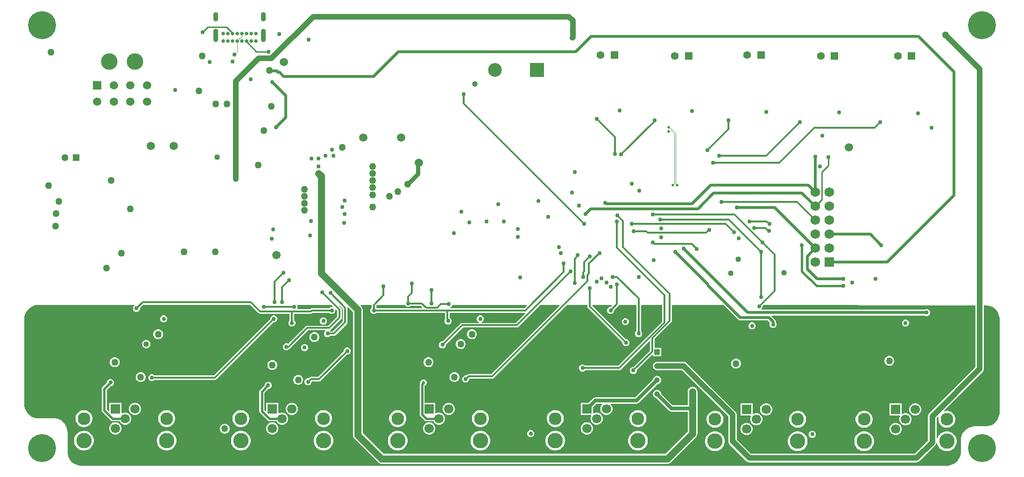
<source format=gbl>
G04*
G04 #@! TF.GenerationSoftware,Altium Limited,Altium Designer,25.5.2 (35)*
G04*
G04 Layer_Physical_Order=4*
G04 Layer_Color=16711680*
%FSLAX25Y25*%
%MOIN*%
G70*
G04*
G04 #@! TF.SameCoordinates,1DACB3DC-ACE0-44E2-B579-3CE0BC83F536*
G04*
G04*
G04 #@! TF.FilePolarity,Positive*
G04*
G01*
G75*
%ADD17C,0.02500*%
%ADD19C,0.03000*%
%ADD20C,0.01000*%
%ADD22C,0.01500*%
%ADD25C,0.01200*%
%ADD118C,0.06850*%
G04:AMPARAMS|DCode=120|XSize=35.43mil|YSize=94.49mil|CornerRadius=17.72mil|HoleSize=0mil|Usage=FLASHONLY|Rotation=180.000|XOffset=0mil|YOffset=0mil|HoleType=Round|Shape=RoundedRectangle|*
%AMROUNDEDRECTD120*
21,1,0.03543,0.05906,0,0,180.0*
21,1,0.00000,0.09449,0,0,180.0*
1,1,0.03543,0.00000,0.02953*
1,1,0.03543,0.00000,0.02953*
1,1,0.03543,0.00000,-0.02953*
1,1,0.03543,0.00000,-0.02953*
%
%ADD120ROUNDEDRECTD120*%
G04:AMPARAMS|DCode=121|XSize=35.43mil|YSize=66.93mil|CornerRadius=17.72mil|HoleSize=0mil|Usage=FLASHONLY|Rotation=180.000|XOffset=0mil|YOffset=0mil|HoleType=Round|Shape=RoundedRectangle|*
%AMROUNDEDRECTD121*
21,1,0.03543,0.03150,0,0,180.0*
21,1,0.00000,0.06693,0,0,180.0*
1,1,0.03543,0.00000,0.01575*
1,1,0.03543,0.00000,0.01575*
1,1,0.03543,0.00000,-0.01575*
1,1,0.03543,0.00000,-0.01575*
%
%ADD121ROUNDEDRECTD121*%
%ADD122C,0.02559*%
%ADD136R,0.06850X0.06850*%
%ADD142C,0.04000*%
%ADD143C,0.00435*%
%ADD144C,0.02000*%
%ADD145C,0.05000*%
%ADD147C,0.03878*%
%ADD148C,0.05906*%
%ADD149C,0.06693*%
%ADD150C,0.05984*%
%ADD151C,0.05118*%
%ADD152R,0.05984X0.05984*%
%ADD153C,0.11811*%
%ADD154R,0.09843X0.09843*%
%ADD155C,0.05512*%
%ADD156R,0.05512X0.05512*%
%ADD157R,0.03878X0.03878*%
%ADD158C,0.11024*%
%ADD159C,0.09055*%
%ADD160R,0.06693X0.06693*%
%ADD161R,0.05118X0.05118*%
%ADD162C,0.09843*%
%ADD163C,0.05000*%
%ADD164C,0.04000*%
%ADD165C,0.03000*%
%ADD166C,0.02000*%
%ADD167C,0.20000*%
G36*
X460388Y216349D02*
X460579Y215886D01*
X458824Y214131D01*
X405914D01*
X405814Y214631D01*
X406416Y214881D01*
X407119Y215584D01*
X407440Y216357D01*
X460388Y216349D01*
D02*
G37*
G36*
X373765Y216362D02*
X373881Y216084D01*
X374584Y215381D01*
X375503Y215000D01*
X376497D01*
X377416Y215381D01*
X377904Y215869D01*
X385072D01*
X386348Y214593D01*
X386156Y214131D01*
X353404D01*
X353131Y214404D01*
Y215924D01*
X353572Y216365D01*
X373765Y216362D01*
D02*
G37*
G36*
X321322Y216371D02*
X322261Y215432D01*
X322018Y215033D01*
X321986Y215000D01*
X321003D01*
X320084Y214619D01*
X319596Y214131D01*
X307307D01*
X306682Y214007D01*
X306153Y213653D01*
X306031Y213531D01*
X297139D01*
X296805Y214031D01*
X297000Y214503D01*
Y215497D01*
X296809Y215959D01*
X297087Y216374D01*
X321322Y216371D01*
D02*
G37*
G36*
X329369Y213824D02*
Y204676D01*
X322324Y197631D01*
X320404D01*
X320064Y197971D01*
X320098Y198267D01*
X320159Y198509D01*
X320167Y198522D01*
X320654Y198846D01*
X328153Y206347D01*
X328507Y206876D01*
X328631Y207500D01*
Y213000D01*
X328507Y213624D01*
X328153Y214154D01*
X326721Y215586D01*
X326890Y216124D01*
X327042Y216151D01*
X329369Y213824D01*
D02*
G37*
G36*
X180150Y216393D02*
X180357Y215893D01*
X179881Y215416D01*
X179500Y214497D01*
Y213503D01*
X179881Y212584D01*
X180584Y211881D01*
X181503Y211500D01*
X182497D01*
X183416Y211881D01*
X184119Y212584D01*
X184500Y213503D01*
Y214193D01*
X186699Y216392D01*
X263313Y216380D01*
X268947Y210747D01*
X269476Y210393D01*
X270100Y210269D01*
X291369D01*
Y205404D01*
X290881Y204916D01*
X290500Y203997D01*
Y203003D01*
X290881Y202084D01*
X291584Y201381D01*
X292503Y201000D01*
X293497D01*
X294416Y201381D01*
X295119Y202084D01*
X295500Y203003D01*
Y203997D01*
X295119Y204916D01*
X294631Y205404D01*
Y210269D01*
X306707D01*
X307331Y210393D01*
X307860Y210747D01*
X307982Y210869D01*
X319596D01*
X320084Y210381D01*
X321003Y210000D01*
X321997D01*
X322916Y210381D01*
X323619Y211084D01*
X324000Y212003D01*
Y212986D01*
X324033Y213018D01*
X324432Y213261D01*
X325369Y212324D01*
Y208176D01*
X318824Y201631D01*
X304000D01*
X303376Y201507D01*
X302847Y201153D01*
X290343Y188650D01*
X289497Y189000D01*
X288503D01*
X287584Y188619D01*
X286881Y187916D01*
X286500Y186997D01*
Y186003D01*
X286881Y185084D01*
X287584Y184381D01*
X288503Y184000D01*
X289497D01*
X290416Y184381D01*
X291034Y184999D01*
X291154Y185023D01*
X291683Y185376D01*
X304676Y198369D01*
X316626D01*
X316833Y197869D01*
X316381Y197416D01*
X316000Y196497D01*
Y195503D01*
X316381Y194584D01*
X317084Y193881D01*
X318003Y193500D01*
X318997D01*
X319916Y193881D01*
X320404Y194369D01*
X323000D01*
X323624Y194493D01*
X324153Y194846D01*
X332154Y202847D01*
X332507Y203376D01*
X332631Y204000D01*
Y214500D01*
X332589Y214711D01*
X333050Y214957D01*
X336470Y211538D01*
Y123500D01*
X336590Y122586D01*
X336943Y121735D01*
X337504Y121004D01*
X354504Y104004D01*
X355235Y103443D01*
X356086Y103090D01*
X357000Y102970D01*
X561000D01*
X561914Y103090D01*
X562765Y103443D01*
X563496Y104004D01*
X581496Y122004D01*
X582057Y122735D01*
X582410Y123586D01*
X582530Y124500D01*
Y130500D01*
Y142500D01*
Y154500D01*
X582410Y155414D01*
X582057Y156265D01*
X581496Y156996D01*
X580765Y157557D01*
X579914Y157910D01*
X579000Y158030D01*
X578086Y157910D01*
X577235Y157557D01*
X576504Y156996D01*
X575943Y156265D01*
X575590Y155414D01*
X575470Y154500D01*
Y144794D01*
X564750D01*
X556639Y152905D01*
Y153187D01*
X556439Y153934D01*
X556052Y154605D01*
X555505Y155152D01*
X554834Y155539D01*
X554087Y155739D01*
X553313D01*
X552566Y155539D01*
X551895Y155152D01*
X551348Y154605D01*
X550961Y153934D01*
X550761Y153187D01*
Y152413D01*
X550961Y151666D01*
X551348Y150995D01*
X551895Y150448D01*
X552566Y150061D01*
X553151Y149904D01*
X562178Y140878D01*
X562922Y140381D01*
X563800Y140206D01*
X575470D01*
Y130500D01*
Y125962D01*
X559538Y110030D01*
X358462D01*
X343530Y124962D01*
Y213000D01*
X343530Y213000D01*
X343410Y213914D01*
X343057Y214765D01*
X342496Y215496D01*
X342087Y215905D01*
X342279Y216367D01*
X349869Y216366D01*
Y214404D01*
X349381Y213916D01*
X349000Y212997D01*
Y212003D01*
X349381Y211084D01*
X350084Y210381D01*
X351003Y210000D01*
X351997D01*
X352916Y210381D01*
X353404Y210869D01*
X402369D01*
Y206603D01*
X402402Y206437D01*
X402381Y206416D01*
X402000Y205497D01*
Y204503D01*
X402381Y203584D01*
X403084Y202881D01*
X404003Y202500D01*
X404997D01*
X405916Y202881D01*
X406619Y203584D01*
X407000Y204503D01*
Y205497D01*
X406619Y206416D01*
X405916Y207119D01*
X405631Y207237D01*
Y210869D01*
X459354D01*
X459557Y210499D01*
X459576Y210383D01*
X452824Y203631D01*
X428414D01*
X428314Y204131D01*
X428916Y204381D01*
X429619Y205084D01*
X430000Y206003D01*
Y206997D01*
X429619Y207916D01*
X428916Y208619D01*
X427997Y209000D01*
X427003D01*
X426084Y208619D01*
X425381Y207916D01*
X425000Y206997D01*
Y206003D01*
X425381Y205084D01*
X426084Y204381D01*
X426686Y204131D01*
X426586Y203631D01*
X414500D01*
X413876Y203507D01*
X413346Y203153D01*
X400693Y190500D01*
X400003D01*
X399084Y190119D01*
X398381Y189416D01*
X398000Y188497D01*
Y187503D01*
X398381Y186584D01*
X399084Y185881D01*
X400003Y185500D01*
X400997D01*
X401916Y185881D01*
X402619Y186584D01*
X403000Y187503D01*
Y188193D01*
X415176Y200369D01*
X453500D01*
X454124Y200493D01*
X454654Y200847D01*
X470154Y216347D01*
X483884Y216345D01*
X484076Y215883D01*
X435224Y167031D01*
X419060D01*
X418435Y166907D01*
X417906Y166553D01*
X417353Y166000D01*
X416503D01*
X415584Y165619D01*
X414881Y164916D01*
X414500Y163997D01*
Y163003D01*
X414881Y162084D01*
X415584Y161381D01*
X416503Y161000D01*
X417497D01*
X418416Y161381D01*
X419119Y162084D01*
X419500Y163003D01*
Y163533D01*
X419735Y163769D01*
X435900D01*
X436524Y163893D01*
X437053Y164246D01*
X489151Y216344D01*
X503869Y216342D01*
Y215500D01*
X503993Y214876D01*
X504347Y214347D01*
X529000Y189693D01*
Y189003D01*
X529381Y188084D01*
X530084Y187381D01*
X531003Y187000D01*
X531997D01*
X532916Y187381D01*
X533619Y188084D01*
X534000Y189003D01*
Y189997D01*
X533619Y190916D01*
X532916Y191619D01*
X531997Y192000D01*
X531307D01*
X507466Y215841D01*
X507673Y216341D01*
X521378Y216339D01*
X521570Y215877D01*
X520693Y215000D01*
X520003D01*
X519084Y214619D01*
X518381Y213916D01*
X518000Y212997D01*
Y212003D01*
X518381Y211084D01*
X519084Y210381D01*
X520003Y210000D01*
X520997D01*
X521916Y210381D01*
X522619Y211084D01*
X523000Y212003D01*
Y212693D01*
X526154Y215846D01*
X526482Y216338D01*
X538869Y216336D01*
Y197904D01*
X538381Y197416D01*
X538000Y196497D01*
Y195503D01*
X538381Y194584D01*
X539084Y193881D01*
X540003Y193500D01*
X540997D01*
X541916Y193881D01*
X542619Y194584D01*
X543000Y195503D01*
Y196497D01*
X542619Y197416D01*
X542131Y197904D01*
Y215982D01*
X542485Y216335D01*
X557369Y216333D01*
Y204476D01*
X525924Y173031D01*
X502404D01*
X501916Y173519D01*
X500997Y173900D01*
X500003D01*
X499084Y173519D01*
X498381Y172816D01*
X498000Y171897D01*
Y170903D01*
X498381Y169984D01*
X499084Y169281D01*
X500003Y168900D01*
X500997D01*
X501916Y169281D01*
X502404Y169769D01*
X526600D01*
X527224Y169893D01*
X527753Y170247D01*
X548068Y190561D01*
X548530Y190369D01*
Y183837D01*
X536893Y172200D01*
X536203D01*
X535284Y171819D01*
X534581Y171116D01*
X534200Y170197D01*
Y169203D01*
X534581Y168284D01*
X535284Y167581D01*
X536203Y167200D01*
X537197D01*
X538116Y167581D01*
X538819Y168284D01*
X539200Y169203D01*
Y169893D01*
X550299Y180992D01*
X550761Y180801D01*
Y179861D01*
X556639D01*
Y185739D01*
X551792D01*
Y192023D01*
X563754Y203984D01*
X564107Y204513D01*
X564231Y205137D01*
Y215978D01*
X564585Y216332D01*
X601290Y216326D01*
X611558Y206058D01*
X612220Y205616D01*
X613000Y205461D01*
X632655D01*
X634328Y203788D01*
X634000Y202997D01*
Y202003D01*
X634381Y201084D01*
X635084Y200381D01*
X636003Y200000D01*
X636997D01*
X637916Y200381D01*
X638619Y201084D01*
X639000Y202003D01*
Y202997D01*
X638619Y203916D01*
X638539Y203996D01*
Y204500D01*
X638539Y204500D01*
X638384Y205280D01*
X637942Y205942D01*
X635423Y208461D01*
X635630Y208961D01*
X744504D01*
X744584Y208881D01*
X745503Y208500D01*
X746497D01*
X747416Y208881D01*
X748119Y209584D01*
X748500Y210503D01*
Y211497D01*
X748119Y212416D01*
X747416Y213119D01*
X746497Y213500D01*
X745503D01*
X744584Y213119D01*
X744504Y213039D01*
X628282D01*
X628075Y213539D01*
X628619Y214084D01*
X629000Y215003D01*
Y215693D01*
X629629Y216322D01*
X766400Y216300D01*
X780974D01*
Y182600D01*
Y172053D01*
X747960Y139040D01*
X747479Y138413D01*
X747177Y137683D01*
X747074Y136900D01*
Y119553D01*
X737547Y110026D01*
X620753D01*
X610526Y120253D01*
Y138000D01*
X610423Y138783D01*
X610120Y139513D01*
X609640Y140140D01*
X574840Y174940D01*
X574213Y175420D01*
X573483Y175723D01*
X572700Y175826D01*
X553700D01*
X552917Y175723D01*
X552187Y175420D01*
X551560Y174940D01*
X551080Y174313D01*
X550777Y173583D01*
X550674Y172800D01*
X550777Y172017D01*
X551080Y171287D01*
X551560Y170660D01*
X552187Y170179D01*
X552917Y169877D01*
X553700Y169774D01*
X571447D01*
X604474Y136747D01*
Y119000D01*
X604577Y118217D01*
X604880Y117487D01*
X605360Y116860D01*
X617360Y104860D01*
X617987Y104379D01*
X618717Y104077D01*
X619500Y103974D01*
X738800D01*
X739583Y104077D01*
X740313Y104379D01*
X740940Y104860D01*
X752240Y116160D01*
X752720Y116787D01*
X753023Y117517D01*
X753068Y117859D01*
X753574Y117876D01*
X753758Y116955D01*
X754286Y115679D01*
X755054Y114530D01*
X756030Y113554D01*
X757179Y112786D01*
X758455Y112258D01*
X759809Y111988D01*
X761191D01*
X762545Y112258D01*
X763821Y112786D01*
X764970Y113554D01*
X765946Y114530D01*
X766714Y115679D01*
X767242Y116955D01*
X767512Y118309D01*
Y119691D01*
X767242Y121045D01*
X766714Y122321D01*
X765946Y123470D01*
X764970Y124446D01*
X763821Y125214D01*
X762545Y125742D01*
X761191Y126012D01*
X759809D01*
X758455Y125742D01*
X757179Y125214D01*
X756030Y124446D01*
X755054Y123470D01*
X754286Y122321D01*
X753758Y121045D01*
X753626Y120383D01*
X753126Y120432D01*
Y135647D01*
X754288Y136809D01*
X754712Y136526D01*
X754704Y136506D01*
X754472Y135342D01*
Y134154D01*
X754704Y132990D01*
X755158Y131893D01*
X755818Y130906D01*
X756658Y130066D01*
X757645Y129406D01*
X758742Y128952D01*
X759906Y128720D01*
X761094D01*
X762258Y128952D01*
X763355Y129406D01*
X764342Y130066D01*
X765182Y130906D01*
X765842Y131893D01*
X766296Y132990D01*
X766528Y134154D01*
Y135342D01*
X766296Y136506D01*
X765842Y137603D01*
X765182Y138590D01*
X764342Y139430D01*
X763355Y140090D01*
X762258Y140544D01*
X761094Y140776D01*
X759906D01*
X758742Y140544D01*
X758722Y140536D01*
X758439Y140960D01*
X786140Y168660D01*
X786621Y169287D01*
X786923Y170017D01*
X787026Y170800D01*
Y182600D01*
Y216300D01*
X789085D01*
X791017Y215916D01*
X792837Y215162D01*
X794475Y214068D01*
X795867Y212675D01*
X796962Y211037D01*
X797716Y209217D01*
X798100Y207285D01*
Y206300D01*
Y139700D01*
Y138715D01*
X797716Y136783D01*
X796962Y134963D01*
X795867Y133325D01*
X794475Y131932D01*
X792837Y130838D01*
X791017Y130084D01*
X789085Y129700D01*
X780500D01*
X779520Y129652D01*
X777597Y129269D01*
X775786Y128519D01*
X774156Y127430D01*
X772770Y126044D01*
X771681Y124414D01*
X770931Y122603D01*
X770548Y120680D01*
X770500Y119700D01*
Y111600D01*
Y110615D01*
X770116Y108683D01*
X769362Y106863D01*
X768267Y105225D01*
X766875Y103832D01*
X765237Y102738D01*
X763417Y101984D01*
X761485Y101600D01*
X141815D01*
X139883Y101984D01*
X138063Y102738D01*
X136425Y103832D01*
X135032Y105225D01*
X133938Y106863D01*
X133184Y108683D01*
X132800Y110615D01*
Y111600D01*
Y125500D01*
X132752Y126480D01*
X132369Y128403D01*
X131619Y130214D01*
X130530Y131844D01*
X129144Y133230D01*
X127514Y134319D01*
X125703Y135069D01*
X123780Y135452D01*
X122800Y135500D01*
X111015D01*
X109083Y135884D01*
X107263Y136638D01*
X105625Y137733D01*
X104233Y139125D01*
X103138Y140763D01*
X102384Y142583D01*
X102000Y144515D01*
Y145500D01*
Y206400D01*
Y207385D01*
X102384Y209317D01*
X103138Y211137D01*
X104233Y212775D01*
X105625Y214167D01*
X107263Y215262D01*
X109083Y216016D01*
X111015Y216400D01*
X134800D01*
X180150Y216393D01*
D02*
G37*
%LPC*%
G36*
X201997Y209000D02*
X201003D01*
X200084Y208619D01*
X199381Y207916D01*
X199000Y206997D01*
Y206003D01*
X199381Y205084D01*
X200084Y204381D01*
X201003Y204000D01*
X201997D01*
X202916Y204381D01*
X203619Y205084D01*
X204000Y206003D01*
Y206997D01*
X203619Y207916D01*
X202916Y208619D01*
X201997Y209000D01*
D02*
G37*
G36*
X315997Y207500D02*
X315003D01*
X314084Y207119D01*
X313381Y206416D01*
X313000Y205497D01*
Y204503D01*
X313381Y203584D01*
X314084Y202881D01*
X315003Y202500D01*
X315997D01*
X316916Y202881D01*
X317619Y203584D01*
X318000Y204503D01*
Y205497D01*
X317619Y206416D01*
X316916Y207119D01*
X315997Y207500D01*
D02*
G37*
G36*
X531497Y207000D02*
X530503D01*
X529584Y206619D01*
X528881Y205916D01*
X528500Y204997D01*
Y204003D01*
X528881Y203084D01*
X529584Y202381D01*
X530503Y202000D01*
X531497D01*
X532416Y202381D01*
X533119Y203084D01*
X533500Y204003D01*
Y204997D01*
X533119Y205916D01*
X532416Y206619D01*
X531497Y207000D01*
D02*
G37*
G36*
X731497Y206000D02*
X730503D01*
X729584Y205619D01*
X728881Y204916D01*
X728500Y203997D01*
Y203003D01*
X728881Y202084D01*
X729584Y201381D01*
X730503Y201000D01*
X731497D01*
X732416Y201381D01*
X733119Y202084D01*
X733500Y203003D01*
Y203997D01*
X733119Y204916D01*
X732416Y205619D01*
X731497Y206000D01*
D02*
G37*
G36*
X621997Y204000D02*
X621003D01*
X620084Y203619D01*
X619381Y202916D01*
X619000Y201997D01*
Y201003D01*
X619381Y200084D01*
X620084Y199381D01*
X621003Y199000D01*
X621997D01*
X622916Y199381D01*
X623619Y200084D01*
X624000Y201003D01*
Y201997D01*
X623619Y202916D01*
X622916Y203619D01*
X621997Y204000D01*
D02*
G37*
G36*
X421961Y199000D02*
X421039D01*
X420149Y198761D01*
X419351Y198301D01*
X418699Y197649D01*
X418238Y196851D01*
X418000Y195961D01*
Y195039D01*
X418238Y194149D01*
X418699Y193351D01*
X419351Y192699D01*
X420149Y192238D01*
X421039Y192000D01*
X421961D01*
X422851Y192238D01*
X423649Y192699D01*
X424301Y193351D01*
X424761Y194149D01*
X425000Y195039D01*
Y195961D01*
X424761Y196851D01*
X424301Y197649D01*
X423649Y198301D01*
X422851Y198761D01*
X421961Y199000D01*
D02*
G37*
G36*
X197961D02*
X197039D01*
X196149Y198761D01*
X195351Y198301D01*
X194699Y197649D01*
X194238Y196851D01*
X194000Y195961D01*
Y195039D01*
X194238Y194149D01*
X194699Y193351D01*
X195351Y192699D01*
X196149Y192238D01*
X197039Y192000D01*
X197961D01*
X198851Y192238D01*
X199649Y192699D01*
X200301Y193351D01*
X200762Y194149D01*
X201000Y195039D01*
Y195961D01*
X200762Y196851D01*
X200301Y197649D01*
X199649Y198301D01*
X198851Y198761D01*
X197961Y199000D01*
D02*
G37*
G36*
X309461Y197000D02*
X308539D01*
X307649Y196762D01*
X306851Y196301D01*
X306199Y195649D01*
X305738Y194851D01*
X305500Y193961D01*
Y193039D01*
X305738Y192149D01*
X306199Y191351D01*
X306851Y190699D01*
X307649Y190238D01*
X308539Y190000D01*
X309461D01*
X310351Y190238D01*
X311149Y190699D01*
X311801Y191351D01*
X312262Y192149D01*
X312500Y193039D01*
Y193961D01*
X312262Y194851D01*
X311801Y195649D01*
X311149Y196301D01*
X310351Y196762D01*
X309461Y197000D01*
D02*
G37*
G36*
X189395Y191500D02*
X188605D01*
X187842Y191296D01*
X187158Y190901D01*
X186599Y190342D01*
X186204Y189658D01*
X186000Y188895D01*
Y188105D01*
X186204Y187342D01*
X186599Y186658D01*
X187158Y186099D01*
X187842Y185704D01*
X188605Y185500D01*
X189395D01*
X190158Y185704D01*
X190842Y186099D01*
X191401Y186658D01*
X191796Y187342D01*
X192000Y188105D01*
Y188895D01*
X191796Y189658D01*
X191401Y190342D01*
X190842Y190901D01*
X190158Y191296D01*
X189395Y191500D01*
D02*
G37*
G36*
X413961Y192000D02*
X413039D01*
X412149Y191762D01*
X411351Y191301D01*
X410699Y190649D01*
X410239Y189851D01*
X410000Y188961D01*
Y188039D01*
X410239Y187149D01*
X410699Y186351D01*
X411351Y185699D01*
X412149Y185239D01*
X413039Y185000D01*
X413961D01*
X414851Y185239D01*
X415649Y185699D01*
X416301Y186351D01*
X416761Y187149D01*
X417000Y188039D01*
Y188961D01*
X416761Y189851D01*
X416301Y190649D01*
X415649Y191301D01*
X414851Y191762D01*
X413961Y192000D01*
D02*
G37*
G36*
X302497Y188500D02*
X301503D01*
X300584Y188119D01*
X299881Y187416D01*
X299500Y186497D01*
Y185503D01*
X299881Y184584D01*
X300584Y183881D01*
X301503Y183500D01*
X302497D01*
X303416Y183881D01*
X304119Y184584D01*
X304500Y185503D01*
Y186497D01*
X304119Y187416D01*
X303416Y188119D01*
X302497Y188500D01*
D02*
G37*
G36*
X719961Y180000D02*
X719039D01*
X718149Y179762D01*
X717351Y179301D01*
X716699Y178649D01*
X716238Y177851D01*
X716000Y176961D01*
Y176039D01*
X716238Y175149D01*
X716699Y174351D01*
X717351Y173699D01*
X718149Y173239D01*
X719039Y173000D01*
X719961D01*
X720851Y173239D01*
X721649Y173699D01*
X722301Y174351D01*
X722761Y175149D01*
X723000Y176039D01*
Y176961D01*
X722761Y177851D01*
X722301Y178649D01*
X721649Y179301D01*
X720851Y179762D01*
X719961Y180000D01*
D02*
G37*
G36*
X390961Y179000D02*
X390039D01*
X389149Y178761D01*
X388351Y178301D01*
X387699Y177649D01*
X387239Y176851D01*
X387000Y175961D01*
Y175039D01*
X387239Y174149D01*
X387699Y173351D01*
X388351Y172699D01*
X389149Y172239D01*
X390039Y172000D01*
X390961D01*
X391851Y172239D01*
X392649Y172699D01*
X393301Y173351D01*
X393761Y174149D01*
X394000Y175039D01*
Y175961D01*
X393761Y176851D01*
X393301Y177649D01*
X392649Y178301D01*
X391851Y178761D01*
X390961Y179000D01*
D02*
G37*
G36*
X166961D02*
X166039D01*
X165149Y178761D01*
X164351Y178301D01*
X163699Y177649D01*
X163239Y176851D01*
X163000Y175961D01*
Y175039D01*
X163239Y174149D01*
X163699Y173351D01*
X164351Y172699D01*
X165149Y172239D01*
X166039Y172000D01*
X166961D01*
X167851Y172239D01*
X168649Y172699D01*
X169301Y173351D01*
X169762Y174149D01*
X170000Y175039D01*
Y175961D01*
X169762Y176851D01*
X169301Y177649D01*
X168649Y178301D01*
X167851Y178761D01*
X166961Y179000D01*
D02*
G37*
G36*
X610461Y178000D02*
X609539D01*
X608649Y177761D01*
X607851Y177301D01*
X607199Y176649D01*
X606739Y175851D01*
X606500Y174961D01*
Y174039D01*
X606739Y173149D01*
X607199Y172351D01*
X607851Y171699D01*
X608649Y171239D01*
X609539Y171000D01*
X610461D01*
X611351Y171239D01*
X612149Y171699D01*
X612801Y172351D01*
X613262Y173149D01*
X613500Y174039D01*
Y174961D01*
X613262Y175851D01*
X612801Y176649D01*
X612149Y177301D01*
X611351Y177761D01*
X610461Y178000D01*
D02*
G37*
G36*
X279461Y177000D02*
X278539D01*
X277649Y176761D01*
X276851Y176301D01*
X276199Y175649D01*
X275739Y174851D01*
X275500Y173961D01*
Y173039D01*
X275739Y172149D01*
X276199Y171351D01*
X276851Y170699D01*
X277649Y170238D01*
X278539Y170000D01*
X279461D01*
X280351Y170238D01*
X281149Y170699D01*
X281801Y171351D01*
X282261Y172149D01*
X282500Y173039D01*
Y173961D01*
X282261Y174851D01*
X281801Y175649D01*
X281149Y176301D01*
X280351Y176761D01*
X279461Y177000D01*
D02*
G37*
G36*
X280497Y209000D02*
X279503D01*
X278584Y208619D01*
X277881Y207916D01*
X277500Y206997D01*
Y206307D01*
X237324Y166131D01*
X194904D01*
X194416Y166619D01*
X193497Y167000D01*
X192503D01*
X191584Y166619D01*
X190881Y165916D01*
X190500Y164997D01*
Y164003D01*
X190881Y163084D01*
X191584Y162381D01*
X192503Y162000D01*
X193497D01*
X194416Y162381D01*
X194904Y162869D01*
X238000D01*
X238624Y162993D01*
X239154Y163347D01*
X279807Y204000D01*
X280497D01*
X281416Y204381D01*
X282119Y205084D01*
X282500Y206003D01*
Y206997D01*
X282119Y207916D01*
X281416Y208619D01*
X280497Y209000D01*
D02*
G37*
G36*
X409440Y168428D02*
X408518D01*
X407628Y168189D01*
X406830Y167728D01*
X406179Y167077D01*
X405718Y166278D01*
X405479Y165388D01*
Y164467D01*
X405718Y163576D01*
X406179Y162778D01*
X406830Y162127D01*
X407628Y161666D01*
X408518Y161427D01*
X409440D01*
X410330Y161666D01*
X411128Y162127D01*
X411780Y162778D01*
X412241Y163576D01*
X412479Y164467D01*
Y165388D01*
X412241Y166278D01*
X411780Y167077D01*
X411128Y167728D01*
X410330Y168189D01*
X409440Y168428D01*
D02*
G37*
G36*
X185440D02*
X184518D01*
X183628Y168189D01*
X182830Y167728D01*
X182178Y167077D01*
X181718Y166278D01*
X181479Y165388D01*
Y164467D01*
X181718Y163576D01*
X182178Y162778D01*
X182830Y162127D01*
X183628Y161666D01*
X184518Y161427D01*
X185440D01*
X186330Y161666D01*
X187128Y162127D01*
X187780Y162778D01*
X188241Y163576D01*
X188479Y164467D01*
Y165388D01*
X188241Y166278D01*
X187780Y167077D01*
X187128Y167728D01*
X186330Y168189D01*
X185440Y168428D01*
D02*
G37*
G36*
X297940Y166428D02*
X297018D01*
X296128Y166189D01*
X295330Y165728D01*
X294678Y165076D01*
X294218Y164278D01*
X293979Y163388D01*
Y162467D01*
X294218Y161576D01*
X294678Y160778D01*
X295330Y160127D01*
X296128Y159666D01*
X297018Y159427D01*
X297940D01*
X298830Y159666D01*
X299628Y160127D01*
X300280Y160778D01*
X300741Y161576D01*
X300979Y162467D01*
Y163388D01*
X300741Y164278D01*
X300280Y165076D01*
X299628Y165728D01*
X298830Y166189D01*
X297940Y166428D01*
D02*
G37*
G36*
X332997Y186000D02*
X332003D01*
X331084Y185619D01*
X330381Y184916D01*
X330000Y183997D01*
Y183307D01*
X311724Y165031D01*
X306560D01*
X305936Y164907D01*
X305406Y164553D01*
X304853Y164000D01*
X304003D01*
X303084Y163619D01*
X302381Y162916D01*
X302000Y161997D01*
Y161003D01*
X302381Y160084D01*
X303084Y159381D01*
X304003Y159000D01*
X304997D01*
X305916Y159381D01*
X306619Y160084D01*
X307000Y161003D01*
Y161533D01*
X307236Y161769D01*
X312400D01*
X313024Y161893D01*
X313554Y162247D01*
X332307Y181000D01*
X332997D01*
X333916Y181381D01*
X334619Y182084D01*
X335000Y183003D01*
Y183997D01*
X334619Y184916D01*
X333916Y185619D01*
X332997Y186000D01*
D02*
G37*
G36*
X554087Y165739D02*
X553313D01*
X552566Y165539D01*
X551895Y165152D01*
X551348Y164605D01*
X550961Y163934D01*
X550761Y163187D01*
Y163105D01*
X538050Y150394D01*
X509432D01*
X508554Y150220D01*
X507810Y149722D01*
X504642Y146554D01*
X499194D01*
Y137861D01*
X506490D01*
X506740Y137428D01*
X506450Y136926D01*
X506153Y135820D01*
Y134676D01*
X506450Y133570D01*
X507022Y132579D01*
X507831Y131770D01*
X508822Y131198D01*
X509928Y130902D01*
X511072D01*
X512178Y131198D01*
X513169Y131770D01*
X513978Y132579D01*
X514550Y133570D01*
X514847Y134676D01*
Y135820D01*
X514550Y136926D01*
X513978Y137917D01*
X513169Y138726D01*
X512178Y139298D01*
X511072Y139594D01*
X509928D01*
X508822Y139298D01*
X508320Y139008D01*
X507887Y139258D01*
Y143310D01*
X510383Y145806D01*
X514204D01*
X514411Y145306D01*
X513982Y144877D01*
X513410Y143886D01*
X513113Y142780D01*
Y141636D01*
X513410Y140530D01*
X513982Y139539D01*
X514791Y138730D01*
X515782Y138158D01*
X516888Y137861D01*
X518032D01*
X519137Y138158D01*
X520129Y138730D01*
X520938Y139539D01*
X521510Y140530D01*
X521806Y141636D01*
Y142780D01*
X521510Y143886D01*
X520938Y144877D01*
X520509Y145306D01*
X520716Y145806D01*
X539000D01*
X539878Y145981D01*
X540622Y146478D01*
X554005Y159861D01*
X554087D01*
X554834Y160061D01*
X555505Y160448D01*
X556052Y160995D01*
X556439Y161666D01*
X556639Y162413D01*
Y163187D01*
X556439Y163934D01*
X556052Y164605D01*
X555505Y165152D01*
X554834Y165539D01*
X554087Y165739D01*
D02*
G37*
G36*
X405505Y146554D02*
X404360D01*
X403255Y146258D01*
X402263Y145686D01*
X401454Y144877D01*
X400882Y143886D01*
X400586Y142780D01*
Y141636D01*
X400882Y140530D01*
X401454Y139539D01*
X402263Y138730D01*
X403255Y138158D01*
X404360Y137861D01*
X405505D01*
X406610Y138158D01*
X407601Y138730D01*
X408410Y139539D01*
X408983Y140530D01*
X409279Y141636D01*
Y142780D01*
X408983Y143886D01*
X408410Y144877D01*
X407601Y145686D01*
X406610Y146258D01*
X405505Y146554D01*
D02*
G37*
G36*
X293518D02*
X292374D01*
X291268Y146258D01*
X290277Y145686D01*
X289468Y144877D01*
X288896Y143886D01*
X288600Y142780D01*
Y141636D01*
X288896Y140530D01*
X289468Y139539D01*
X290277Y138730D01*
X291268Y138158D01*
X292374Y137861D01*
X293518D01*
X294624Y138158D01*
X295615Y138730D01*
X296424Y139539D01*
X296996Y140530D01*
X297292Y141636D01*
Y142780D01*
X296996Y143886D01*
X296424Y144877D01*
X295615Y145686D01*
X294624Y146258D01*
X293518Y146554D01*
D02*
G37*
G36*
X181532D02*
X180388D01*
X179282Y146258D01*
X178291Y145686D01*
X177482Y144877D01*
X176910Y143886D01*
X176613Y142780D01*
Y141636D01*
X176910Y140530D01*
X177482Y139539D01*
X178291Y138730D01*
X179282Y138158D01*
X180388Y137861D01*
X181532D01*
X182638Y138158D01*
X183629Y138730D01*
X184438Y139539D01*
X185010Y140530D01*
X185306Y141636D01*
Y142780D01*
X185010Y143886D01*
X184438Y144877D01*
X183629Y145686D01*
X182638Y146258D01*
X181532Y146554D01*
D02*
G37*
G36*
X738505Y146054D02*
X737360D01*
X736255Y145758D01*
X735263Y145186D01*
X734454Y144377D01*
X733882Y143386D01*
X733586Y142280D01*
Y141136D01*
X733882Y140030D01*
X734454Y139039D01*
X735263Y138230D01*
X736255Y137658D01*
X737360Y137361D01*
X738505D01*
X739610Y137658D01*
X740601Y138230D01*
X741410Y139039D01*
X741983Y140030D01*
X742279Y141136D01*
Y142280D01*
X741983Y143386D01*
X741410Y144377D01*
X740601Y145186D01*
X739610Y145758D01*
X738505Y146054D01*
D02*
G37*
G36*
X632032D02*
X630888D01*
X629782Y145758D01*
X628791Y145186D01*
X627982Y144377D01*
X627410Y143386D01*
X627113Y142280D01*
Y141136D01*
X627410Y140030D01*
X627982Y139039D01*
X628791Y138230D01*
X629782Y137658D01*
X630888Y137361D01*
X632032D01*
X633138Y137658D01*
X634129Y138230D01*
X634938Y139039D01*
X635510Y140030D01*
X635806Y141136D01*
Y142280D01*
X635510Y143386D01*
X634938Y144377D01*
X634129Y145186D01*
X633138Y145758D01*
X632032Y146054D01*
D02*
G37*
G36*
X387448Y163250D02*
X386552D01*
X385725Y162908D01*
X385092Y162275D01*
X384750Y161448D01*
Y161138D01*
X384654Y161042D01*
X384268Y160464D01*
X384132Y159781D01*
Y138136D01*
X384268Y137454D01*
X384654Y136875D01*
X387543Y133986D01*
X388122Y133600D01*
X388805Y133464D01*
X393984D01*
X394494Y132579D01*
X395304Y131770D01*
X396295Y131198D01*
X397400Y130902D01*
X398545D01*
X399650Y131198D01*
X400641Y131770D01*
X401450Y132579D01*
X402023Y133570D01*
X402319Y134676D01*
Y135820D01*
X402023Y136926D01*
X401450Y137917D01*
X400641Y138726D01*
X399650Y139298D01*
X398545Y139594D01*
X397400D01*
X396295Y139298D01*
X395792Y139008D01*
X395359Y139258D01*
Y146554D01*
X387700D01*
Y158855D01*
X388275Y159092D01*
X388908Y159725D01*
X389250Y160552D01*
Y161448D01*
X388908Y162275D01*
X388275Y162908D01*
X387448Y163250D01*
D02*
G37*
G36*
X276497Y161500D02*
X275503D01*
X274584Y161119D01*
X273881Y160416D01*
X273500Y159497D01*
Y159023D01*
X270238Y155762D01*
X269851Y155183D01*
X269716Y154500D01*
Y140567D01*
X269851Y139884D01*
X270238Y139305D01*
X275557Y133986D01*
X275557Y133986D01*
X276136Y133600D01*
X276818Y133464D01*
X276818Y133464D01*
X281997D01*
X282508Y132579D01*
X283317Y131770D01*
X284309Y131198D01*
X285414Y130902D01*
X286558D01*
X287664Y131198D01*
X288655Y131770D01*
X289464Y132579D01*
X290037Y133570D01*
X290333Y134676D01*
Y135820D01*
X290037Y136926D01*
X289464Y137917D01*
X288655Y138726D01*
X287664Y139298D01*
X286558Y139594D01*
X285414D01*
X284309Y139298D01*
X283806Y139008D01*
X283373Y139258D01*
Y146554D01*
X274680D01*
Y140563D01*
X274218Y140372D01*
X273284Y141305D01*
Y153761D01*
X276023Y156500D01*
X276497D01*
X277416Y156881D01*
X278119Y157584D01*
X278500Y158503D01*
Y159497D01*
X278119Y160416D01*
X277416Y161119D01*
X276497Y161500D01*
D02*
G37*
G36*
X163997Y163500D02*
X163003D01*
X162084Y163119D01*
X161381Y162416D01*
X161000Y161497D01*
Y161023D01*
X157738Y157762D01*
X157352Y157183D01*
X157216Y156500D01*
Y141080D01*
X157352Y140397D01*
X157738Y139819D01*
X163570Y133986D01*
X164149Y133600D01*
X164832Y133464D01*
X170011D01*
X170522Y132579D01*
X171331Y131770D01*
X172322Y131198D01*
X173428Y130902D01*
X174572D01*
X175678Y131198D01*
X176669Y131770D01*
X177478Y132579D01*
X178050Y133570D01*
X178347Y134676D01*
Y135820D01*
X178050Y136926D01*
X177478Y137917D01*
X176669Y138726D01*
X175678Y139298D01*
X174572Y139594D01*
X173428D01*
X172322Y139298D01*
X171820Y139008D01*
X171387Y139258D01*
Y146554D01*
X162694D01*
Y140563D01*
X162232Y140372D01*
X160784Y141819D01*
Y155761D01*
X163523Y158500D01*
X163997D01*
X164916Y158881D01*
X165619Y159584D01*
X166000Y160503D01*
Y161497D01*
X165619Y162416D01*
X164916Y163119D01*
X163997Y163500D01*
D02*
G37*
G36*
X728359Y146054D02*
X719666D01*
Y137361D01*
X726962D01*
X727212Y136928D01*
X726922Y136426D01*
X726626Y135320D01*
Y134176D01*
X726922Y133070D01*
X727494Y132079D01*
X728304Y131270D01*
X729295Y130698D01*
X730400Y130402D01*
X731545D01*
X732650Y130698D01*
X733641Y131270D01*
X734450Y132079D01*
X735023Y133070D01*
X735319Y134176D01*
Y135320D01*
X735023Y136426D01*
X734450Y137417D01*
X733641Y138226D01*
X732650Y138798D01*
X731545Y139094D01*
X730400D01*
X729295Y138798D01*
X728792Y138508D01*
X728359Y138758D01*
Y146054D01*
D02*
G37*
G36*
X621887D02*
X613194D01*
Y137361D01*
X620490D01*
X620740Y136928D01*
X620450Y136426D01*
X620154Y135320D01*
Y134176D01*
X620450Y133070D01*
X621022Y132079D01*
X621831Y131270D01*
X622822Y130698D01*
X623928Y130402D01*
X625072D01*
X626178Y130698D01*
X627169Y131270D01*
X627978Y132079D01*
X628550Y133070D01*
X628847Y134176D01*
Y135320D01*
X628550Y136426D01*
X627978Y137417D01*
X627169Y138226D01*
X626178Y138798D01*
X625072Y139094D01*
X623928D01*
X622822Y138798D01*
X622320Y138508D01*
X621887Y138758D01*
Y146054D01*
D02*
G37*
G36*
X540621Y141276D02*
X539434D01*
X538269Y141044D01*
X537172Y140590D01*
X536185Y139930D01*
X535346Y139090D01*
X534686Y138103D01*
X534232Y137006D01*
X534000Y135842D01*
Y134654D01*
X534232Y133490D01*
X534686Y132393D01*
X535346Y131406D01*
X536185Y130566D01*
X537172Y129906D01*
X538269Y129452D01*
X539434Y129220D01*
X540621D01*
X541786Y129452D01*
X542883Y129906D01*
X543870Y130566D01*
X544709Y131406D01*
X545369Y132393D01*
X545823Y133490D01*
X546055Y134654D01*
Y135842D01*
X545823Y137006D01*
X545369Y138103D01*
X544709Y139090D01*
X543870Y139930D01*
X542883Y140590D01*
X541786Y141044D01*
X540621Y141276D01*
D02*
G37*
G36*
X481566D02*
X480379D01*
X479214Y141044D01*
X478117Y140590D01*
X477130Y139930D01*
X476291Y139090D01*
X475631Y138103D01*
X475176Y137006D01*
X474945Y135842D01*
Y134654D01*
X475176Y133490D01*
X475631Y132393D01*
X476291Y131406D01*
X477130Y130566D01*
X478117Y129906D01*
X479214Y129452D01*
X480379Y129220D01*
X481566D01*
X482731Y129452D01*
X483828Y129906D01*
X484815Y130566D01*
X485654Y131406D01*
X486314Y132393D01*
X486768Y133490D01*
X487000Y134654D01*
Y135842D01*
X486768Y137006D01*
X486314Y138103D01*
X485654Y139090D01*
X484815Y139930D01*
X483828Y140590D01*
X482731Y141044D01*
X481566Y141276D01*
D02*
G37*
G36*
X428094D02*
X426906D01*
X425742Y141044D01*
X424645Y140590D01*
X423658Y139930D01*
X422818Y139090D01*
X422158Y138103D01*
X421704Y137006D01*
X421472Y135842D01*
Y134654D01*
X421704Y133490D01*
X422158Y132393D01*
X422818Y131406D01*
X423658Y130566D01*
X424645Y129906D01*
X425742Y129452D01*
X426906Y129220D01*
X428094D01*
X429258Y129452D01*
X430355Y129906D01*
X431342Y130566D01*
X432182Y131406D01*
X432842Y132393D01*
X433296Y133490D01*
X433528Y134654D01*
Y135842D01*
X433296Y137006D01*
X432842Y138103D01*
X432182Y139090D01*
X431342Y139930D01*
X430355Y140590D01*
X429258Y141044D01*
X428094Y141276D01*
D02*
G37*
G36*
X369039D02*
X367851D01*
X366687Y141044D01*
X365590Y140590D01*
X364602Y139930D01*
X363763Y139090D01*
X363103Y138103D01*
X362649Y137006D01*
X362417Y135842D01*
Y134654D01*
X362649Y133490D01*
X363103Y132393D01*
X363763Y131406D01*
X364602Y130566D01*
X365590Y129906D01*
X366687Y129452D01*
X367851Y129220D01*
X369039D01*
X370203Y129452D01*
X371300Y129906D01*
X372287Y130566D01*
X373127Y131406D01*
X373786Y132393D01*
X374241Y133490D01*
X374472Y134654D01*
Y135842D01*
X374241Y137006D01*
X373786Y138103D01*
X373127Y139090D01*
X372287Y139930D01*
X371300Y140590D01*
X370203Y141044D01*
X369039Y141276D01*
D02*
G37*
G36*
X316107D02*
X314920D01*
X313756Y141044D01*
X312659Y140590D01*
X311671Y139930D01*
X310832Y139090D01*
X310172Y138103D01*
X309718Y137006D01*
X309486Y135842D01*
Y134654D01*
X309718Y133490D01*
X310172Y132393D01*
X310832Y131406D01*
X311671Y130566D01*
X312659Y129906D01*
X313756Y129452D01*
X314920Y129220D01*
X316107D01*
X317272Y129452D01*
X318369Y129906D01*
X319356Y130566D01*
X320196Y131406D01*
X320855Y132393D01*
X321310Y133490D01*
X321541Y134654D01*
Y135842D01*
X321310Y137006D01*
X320855Y138103D01*
X320196Y139090D01*
X319356Y139930D01*
X318369Y140590D01*
X317272Y141044D01*
X316107Y141276D01*
D02*
G37*
G36*
X257052D02*
X255865D01*
X254700Y141044D01*
X253604Y140590D01*
X252616Y139930D01*
X251777Y139090D01*
X251117Y138103D01*
X250663Y137006D01*
X250431Y135842D01*
Y134654D01*
X250663Y133490D01*
X251117Y132393D01*
X251777Y131406D01*
X252616Y130566D01*
X253604Y129906D01*
X254700Y129452D01*
X255865Y129220D01*
X257052D01*
X258217Y129452D01*
X259314Y129906D01*
X260301Y130566D01*
X261141Y131406D01*
X261800Y132393D01*
X262255Y133490D01*
X262486Y134654D01*
Y135842D01*
X262255Y137006D01*
X261800Y138103D01*
X261141Y139090D01*
X260301Y139930D01*
X259314Y140590D01*
X258217Y141044D01*
X257052Y141276D01*
D02*
G37*
G36*
X204121D02*
X202934D01*
X201769Y141044D01*
X200672Y140590D01*
X199685Y139930D01*
X198846Y139090D01*
X198186Y138103D01*
X197732Y137006D01*
X197500Y135842D01*
Y134654D01*
X197732Y133490D01*
X198186Y132393D01*
X198846Y131406D01*
X199685Y130566D01*
X200672Y129906D01*
X201769Y129452D01*
X202934Y129220D01*
X204121D01*
X205286Y129452D01*
X206383Y129906D01*
X207370Y130566D01*
X208209Y131406D01*
X208869Y132393D01*
X209324Y133490D01*
X209555Y134654D01*
Y135842D01*
X209324Y137006D01*
X208869Y138103D01*
X208209Y139090D01*
X207370Y139930D01*
X206383Y140590D01*
X205286Y141044D01*
X204121Y141276D01*
D02*
G37*
G36*
X145066D02*
X143879D01*
X142714Y141044D01*
X141617Y140590D01*
X140630Y139930D01*
X139790Y139090D01*
X139131Y138103D01*
X138677Y137006D01*
X138445Y135842D01*
Y134654D01*
X138677Y133490D01*
X139131Y132393D01*
X139790Y131406D01*
X140630Y130566D01*
X141617Y129906D01*
X142714Y129452D01*
X143879Y129220D01*
X145066D01*
X146231Y129452D01*
X147328Y129906D01*
X148315Y130566D01*
X149154Y131406D01*
X149814Y132393D01*
X150268Y133490D01*
X150500Y134654D01*
Y135842D01*
X150268Y137006D01*
X149814Y138103D01*
X149154Y139090D01*
X148315Y139930D01*
X147328Y140590D01*
X146231Y141044D01*
X145066Y141276D01*
D02*
G37*
G36*
X702038Y140776D02*
X700851D01*
X699687Y140544D01*
X698590Y140090D01*
X697603Y139430D01*
X696763Y138590D01*
X696103Y137603D01*
X695649Y136506D01*
X695417Y135342D01*
Y134154D01*
X695649Y132990D01*
X696103Y131893D01*
X696763Y130906D01*
X697603Y130066D01*
X698590Y129406D01*
X699687Y128952D01*
X700851Y128720D01*
X702038D01*
X703203Y128952D01*
X704300Y129406D01*
X705287Y130066D01*
X706127Y130906D01*
X706786Y131893D01*
X707241Y132990D01*
X707472Y134154D01*
Y135342D01*
X707241Y136506D01*
X706786Y137603D01*
X706127Y138590D01*
X705287Y139430D01*
X704300Y140090D01*
X703203Y140544D01*
X702038Y140776D01*
D02*
G37*
G36*
X654621D02*
X653434D01*
X652269Y140544D01*
X651172Y140090D01*
X650185Y139430D01*
X649346Y138590D01*
X648686Y137603D01*
X648232Y136506D01*
X648000Y135342D01*
Y134154D01*
X648232Y132990D01*
X648686Y131893D01*
X649346Y130906D01*
X650185Y130066D01*
X651172Y129406D01*
X652269Y128952D01*
X653434Y128720D01*
X654621D01*
X655786Y128952D01*
X656883Y129406D01*
X657870Y130066D01*
X658709Y130906D01*
X659369Y131893D01*
X659824Y132990D01*
X660055Y134154D01*
Y135342D01*
X659824Y136506D01*
X659369Y137603D01*
X658709Y138590D01*
X657870Y139430D01*
X656883Y140090D01*
X655786Y140544D01*
X654621Y140776D01*
D02*
G37*
G36*
X595566D02*
X594379D01*
X593214Y140544D01*
X592117Y140090D01*
X591130Y139430D01*
X590290Y138590D01*
X589631Y137603D01*
X589177Y136506D01*
X588945Y135342D01*
Y134154D01*
X589177Y132990D01*
X589631Y131893D01*
X590290Y130906D01*
X591130Y130066D01*
X592117Y129406D01*
X593214Y128952D01*
X594379Y128720D01*
X595566D01*
X596731Y128952D01*
X597828Y129406D01*
X598815Y130066D01*
X599654Y130906D01*
X600314Y131893D01*
X600768Y132990D01*
X601000Y134154D01*
Y135342D01*
X600768Y136506D01*
X600314Y137603D01*
X599654Y138590D01*
X598815Y139430D01*
X597828Y140090D01*
X596731Y140544D01*
X595566Y140776D01*
D02*
G37*
G36*
X245461Y131500D02*
X244539D01*
X243649Y131262D01*
X242851Y130801D01*
X242199Y130149D01*
X241739Y129351D01*
X241500Y128461D01*
Y127539D01*
X241739Y126649D01*
X242199Y125851D01*
X242851Y125199D01*
X243649Y124739D01*
X244539Y124500D01*
X245461D01*
X246351Y124739D01*
X247149Y125199D01*
X247801Y125851D01*
X248261Y126649D01*
X248500Y127539D01*
Y128461D01*
X248261Y129351D01*
X247801Y130149D01*
X247149Y130801D01*
X246351Y131262D01*
X245461Y131500D01*
D02*
G37*
G36*
X504112Y132635D02*
X502968D01*
X501862Y132338D01*
X500871Y131766D01*
X500062Y130957D01*
X499490Y129966D01*
X499194Y128860D01*
Y127716D01*
X499490Y126611D01*
X500062Y125619D01*
X500871Y124810D01*
X501862Y124238D01*
X502968Y123942D01*
X504112D01*
X505218Y124238D01*
X506209Y124810D01*
X507018Y125619D01*
X507590Y126611D01*
X507887Y127716D01*
Y128860D01*
X507590Y129966D01*
X507018Y130957D01*
X506209Y131766D01*
X505218Y132338D01*
X504112Y132635D01*
D02*
G37*
G36*
X391585D02*
X390440D01*
X389335Y132338D01*
X388344Y131766D01*
X387535Y130957D01*
X386962Y129966D01*
X386666Y128860D01*
Y127716D01*
X386962Y126611D01*
X387535Y125619D01*
X388344Y124810D01*
X389335Y124238D01*
X390440Y123942D01*
X391585D01*
X392690Y124238D01*
X393681Y124810D01*
X394491Y125619D01*
X395063Y126611D01*
X395359Y127716D01*
Y128860D01*
X395063Y129966D01*
X394491Y130957D01*
X393681Y131766D01*
X392690Y132338D01*
X391585Y132635D01*
D02*
G37*
G36*
X279599D02*
X278454D01*
X277349Y132338D01*
X276358Y131766D01*
X275548Y130957D01*
X274976Y129966D01*
X274680Y128860D01*
Y127716D01*
X274976Y126611D01*
X275548Y125619D01*
X276358Y124810D01*
X277349Y124238D01*
X278454Y123942D01*
X279599D01*
X280704Y124238D01*
X281695Y124810D01*
X282504Y125619D01*
X283077Y126611D01*
X283373Y127716D01*
Y128860D01*
X283077Y129966D01*
X282504Y130957D01*
X281695Y131766D01*
X280704Y132338D01*
X279599Y132635D01*
D02*
G37*
G36*
X167612D02*
X166468D01*
X165363Y132338D01*
X164371Y131766D01*
X163562Y130957D01*
X162990Y129966D01*
X162694Y128860D01*
Y127716D01*
X162990Y126611D01*
X163562Y125619D01*
X164371Y124810D01*
X165363Y124238D01*
X166468Y123942D01*
X167612D01*
X168718Y124238D01*
X169709Y124810D01*
X170518Y125619D01*
X171090Y126611D01*
X171387Y127716D01*
Y128860D01*
X171090Y129966D01*
X170518Y130957D01*
X169709Y131766D01*
X168718Y132338D01*
X167612Y132635D01*
D02*
G37*
G36*
X724585Y132135D02*
X723440D01*
X722335Y131838D01*
X721344Y131266D01*
X720535Y130457D01*
X719962Y129466D01*
X719666Y128360D01*
Y127216D01*
X719962Y126110D01*
X720535Y125119D01*
X721344Y124310D01*
X722335Y123738D01*
X723440Y123442D01*
X724585D01*
X725690Y123738D01*
X726681Y124310D01*
X727491Y125119D01*
X728063Y126110D01*
X728359Y127216D01*
Y128360D01*
X728063Y129466D01*
X727491Y130457D01*
X726681Y131266D01*
X725690Y131838D01*
X724585Y132135D01*
D02*
G37*
G36*
X618112D02*
X616968D01*
X615863Y131838D01*
X614871Y131266D01*
X614062Y130457D01*
X613490Y129466D01*
X613194Y128360D01*
Y127216D01*
X613490Y126110D01*
X614062Y125119D01*
X614871Y124310D01*
X615863Y123738D01*
X616968Y123442D01*
X618112D01*
X619218Y123738D01*
X620209Y124310D01*
X621018Y125119D01*
X621590Y126110D01*
X621887Y127216D01*
Y128360D01*
X621590Y129466D01*
X621018Y130457D01*
X620209Y131266D01*
X619218Y131838D01*
X618112Y132135D01*
D02*
G37*
G36*
X463997Y127000D02*
X463003D01*
X462084Y126619D01*
X461381Y125916D01*
X461000Y124997D01*
Y124003D01*
X461381Y123084D01*
X462084Y122381D01*
X463003Y122000D01*
X463997D01*
X464916Y122381D01*
X465619Y123084D01*
X466000Y124003D01*
Y124997D01*
X465619Y125916D01*
X464916Y126619D01*
X463997Y127000D01*
D02*
G37*
G36*
X664997Y126500D02*
X664003D01*
X663084Y126119D01*
X662381Y125416D01*
X662000Y124497D01*
Y123503D01*
X662381Y122584D01*
X663084Y121881D01*
X664003Y121500D01*
X664997D01*
X665916Y121881D01*
X666619Y122584D01*
X667000Y123503D01*
Y124497D01*
X666619Y125416D01*
X665916Y126119D01*
X664997Y126500D01*
D02*
G37*
G36*
X540718Y126512D02*
X539337D01*
X537982Y126242D01*
X536706Y125714D01*
X535558Y124946D01*
X534581Y123970D01*
X533814Y122821D01*
X533285Y121545D01*
X533016Y120191D01*
Y118809D01*
X533285Y117455D01*
X533814Y116179D01*
X534581Y115030D01*
X535558Y114054D01*
X536706Y113286D01*
X537982Y112758D01*
X539337Y112488D01*
X540718D01*
X542073Y112758D01*
X543349Y113286D01*
X544497Y114054D01*
X545474Y115030D01*
X546241Y116179D01*
X546770Y117455D01*
X547039Y118809D01*
Y120191D01*
X546770Y121545D01*
X546241Y122821D01*
X545474Y123970D01*
X544497Y124946D01*
X543349Y125714D01*
X542073Y126242D01*
X540718Y126512D01*
D02*
G37*
G36*
X481663D02*
X480282D01*
X478927Y126242D01*
X477651Y125714D01*
X476503Y124946D01*
X475526Y123970D01*
X474759Y122821D01*
X474230Y121545D01*
X473961Y120191D01*
Y118809D01*
X474230Y117455D01*
X474759Y116179D01*
X475526Y115030D01*
X476503Y114054D01*
X477651Y113286D01*
X478927Y112758D01*
X480282Y112488D01*
X481663D01*
X483018Y112758D01*
X484294Y113286D01*
X485442Y114054D01*
X486419Y115030D01*
X487186Y116179D01*
X487715Y117455D01*
X487984Y118809D01*
Y120191D01*
X487715Y121545D01*
X487186Y122821D01*
X486419Y123970D01*
X485442Y124946D01*
X484294Y125714D01*
X483018Y126242D01*
X481663Y126512D01*
D02*
G37*
G36*
X428191D02*
X426809D01*
X425455Y126242D01*
X424179Y125714D01*
X423030Y124946D01*
X422054Y123970D01*
X421286Y122821D01*
X420758Y121545D01*
X420488Y120191D01*
Y118809D01*
X420758Y117455D01*
X421286Y116179D01*
X422054Y115030D01*
X423030Y114054D01*
X424179Y113286D01*
X425455Y112758D01*
X426809Y112488D01*
X428191D01*
X429545Y112758D01*
X430821Y113286D01*
X431970Y114054D01*
X432946Y115030D01*
X433714Y116179D01*
X434242Y117455D01*
X434512Y118809D01*
Y120191D01*
X434242Y121545D01*
X433714Y122821D01*
X432946Y123970D01*
X431970Y124946D01*
X430821Y125714D01*
X429545Y126242D01*
X428191Y126512D01*
D02*
G37*
G36*
X369135D02*
X367754D01*
X366400Y126242D01*
X365124Y125714D01*
X363975Y124946D01*
X362999Y123970D01*
X362231Y122821D01*
X361702Y121545D01*
X361433Y120191D01*
Y118809D01*
X361702Y117455D01*
X362231Y116179D01*
X362999Y115030D01*
X363975Y114054D01*
X365124Y113286D01*
X366400Y112758D01*
X367754Y112488D01*
X369135D01*
X370490Y112758D01*
X371766Y113286D01*
X372915Y114054D01*
X373891Y115030D01*
X374659Y116179D01*
X375187Y117455D01*
X375457Y118809D01*
Y120191D01*
X375187Y121545D01*
X374659Y122821D01*
X373891Y123970D01*
X372915Y124946D01*
X371766Y125714D01*
X370490Y126242D01*
X369135Y126512D01*
D02*
G37*
G36*
X316204D02*
X314823D01*
X313469Y126242D01*
X312192Y125714D01*
X311044Y124946D01*
X310067Y123970D01*
X309300Y122821D01*
X308771Y121545D01*
X308502Y120191D01*
Y118809D01*
X308771Y117455D01*
X309300Y116179D01*
X310067Y115030D01*
X311044Y114054D01*
X312192Y113286D01*
X313469Y112758D01*
X314823Y112488D01*
X316204D01*
X317559Y112758D01*
X318835Y113286D01*
X319984Y114054D01*
X320960Y115030D01*
X321728Y116179D01*
X322256Y117455D01*
X322526Y118809D01*
Y120191D01*
X322256Y121545D01*
X321728Y122821D01*
X320960Y123970D01*
X319984Y124946D01*
X318835Y125714D01*
X317559Y126242D01*
X316204Y126512D01*
D02*
G37*
G36*
X257149D02*
X255768D01*
X254413Y126242D01*
X253137Y125714D01*
X251989Y124946D01*
X251012Y123970D01*
X250245Y122821D01*
X249716Y121545D01*
X249447Y120191D01*
Y118809D01*
X249716Y117455D01*
X250245Y116179D01*
X251012Y115030D01*
X251989Y114054D01*
X253137Y113286D01*
X254413Y112758D01*
X255768Y112488D01*
X257149D01*
X258504Y112758D01*
X259780Y113286D01*
X260928Y114054D01*
X261905Y115030D01*
X262672Y116179D01*
X263201Y117455D01*
X263471Y118809D01*
Y120191D01*
X263201Y121545D01*
X262672Y122821D01*
X261905Y123970D01*
X260928Y124946D01*
X259780Y125714D01*
X258504Y126242D01*
X257149Y126512D01*
D02*
G37*
G36*
X204218D02*
X202837D01*
X201482Y126242D01*
X200206Y125714D01*
X199058Y124946D01*
X198081Y123970D01*
X197314Y122821D01*
X196785Y121545D01*
X196516Y120191D01*
Y118809D01*
X196785Y117455D01*
X197314Y116179D01*
X198081Y115030D01*
X199058Y114054D01*
X200206Y113286D01*
X201482Y112758D01*
X202837Y112488D01*
X204218D01*
X205573Y112758D01*
X206849Y113286D01*
X207997Y114054D01*
X208974Y115030D01*
X209741Y116179D01*
X210270Y117455D01*
X210539Y118809D01*
Y120191D01*
X210270Y121545D01*
X209741Y122821D01*
X208974Y123970D01*
X207997Y124946D01*
X206849Y125714D01*
X205573Y126242D01*
X204218Y126512D01*
D02*
G37*
G36*
X145163D02*
X143782D01*
X142427Y126242D01*
X141151Y125714D01*
X140003Y124946D01*
X139026Y123970D01*
X138259Y122821D01*
X137730Y121545D01*
X137461Y120191D01*
Y118809D01*
X137730Y117455D01*
X138259Y116179D01*
X139026Y115030D01*
X140003Y114054D01*
X141151Y113286D01*
X142427Y112758D01*
X143782Y112488D01*
X145163D01*
X146518Y112758D01*
X147794Y113286D01*
X148942Y114054D01*
X149919Y115030D01*
X150686Y116179D01*
X151215Y117455D01*
X151484Y118809D01*
Y120191D01*
X151215Y121545D01*
X150686Y122821D01*
X149919Y123970D01*
X148942Y124946D01*
X147794Y125714D01*
X146518Y126242D01*
X145163Y126512D01*
D02*
G37*
G36*
X702136Y126012D02*
X700754D01*
X699400Y125742D01*
X698124Y125214D01*
X696975Y124446D01*
X695998Y123470D01*
X695231Y122321D01*
X694702Y121045D01*
X694433Y119691D01*
Y118309D01*
X694702Y116955D01*
X695231Y115679D01*
X695998Y114530D01*
X696975Y113554D01*
X698124Y112786D01*
X699400Y112258D01*
X700754Y111988D01*
X702136D01*
X703490Y112258D01*
X704766Y112786D01*
X705915Y113554D01*
X706891Y114530D01*
X707659Y115679D01*
X708187Y116955D01*
X708457Y118309D01*
Y119691D01*
X708187Y121045D01*
X707659Y122321D01*
X706891Y123470D01*
X705915Y124446D01*
X704766Y125214D01*
X703490Y125742D01*
X702136Y126012D01*
D02*
G37*
G36*
X654718D02*
X653337D01*
X651982Y125742D01*
X650706Y125214D01*
X649558Y124446D01*
X648581Y123470D01*
X647814Y122321D01*
X647285Y121045D01*
X647016Y119691D01*
Y118309D01*
X647285Y116955D01*
X647814Y115679D01*
X648581Y114530D01*
X649558Y113554D01*
X650706Y112786D01*
X651982Y112258D01*
X653337Y111988D01*
X654718D01*
X656073Y112258D01*
X657349Y112786D01*
X658497Y113554D01*
X659474Y114530D01*
X660241Y115679D01*
X660770Y116955D01*
X661039Y118309D01*
Y119691D01*
X660770Y121045D01*
X660241Y122321D01*
X659474Y123470D01*
X658497Y124446D01*
X657349Y125214D01*
X656073Y125742D01*
X654718Y126012D01*
D02*
G37*
G36*
X595663D02*
X594282D01*
X592927Y125742D01*
X591651Y125214D01*
X590503Y124446D01*
X589526Y123470D01*
X588759Y122321D01*
X588230Y121045D01*
X587961Y119691D01*
Y118309D01*
X588230Y116955D01*
X588759Y115679D01*
X589526Y114530D01*
X590503Y113554D01*
X591651Y112786D01*
X592927Y112258D01*
X594282Y111988D01*
X595663D01*
X597018Y112258D01*
X598294Y112786D01*
X599442Y113554D01*
X600419Y114530D01*
X601186Y115679D01*
X601715Y116955D01*
X601984Y118309D01*
Y119691D01*
X601715Y121045D01*
X601186Y122321D01*
X600419Y123470D01*
X599442Y124446D01*
X598294Y125214D01*
X597018Y125742D01*
X595663Y126012D01*
D02*
G37*
%LPD*%
D17*
X563800Y142500D02*
X578865D01*
X553600Y152700D02*
X563800Y142500D01*
X539000Y148100D02*
X553700Y162800D01*
X509432Y148100D02*
X539000D01*
X503540Y142208D02*
X509432Y148100D01*
D19*
X382944Y317544D02*
X383500Y318100D01*
X382944Y310144D02*
Y317544D01*
X375500Y302700D02*
X382944Y310144D01*
D20*
X261187Y404002D02*
Y404165D01*
X267589Y397600D02*
X276400D01*
X260620Y404732D02*
Y405154D01*
Y404732D02*
X261187Y404165D01*
Y404002D02*
X267589Y397600D01*
X232936Y415236D02*
X246397D01*
X229100Y411400D02*
X232936Y415236D01*
X246397D02*
X250013Y411620D01*
Y411457D02*
Y411620D01*
X250580Y410468D02*
Y410890D01*
X250013Y411457D02*
X250580Y410890D01*
X666500Y287000D02*
X671425Y291925D01*
Y311425D01*
X676000Y316000D02*
Y322000D01*
X671425Y311425D02*
X676000Y316000D01*
D22*
X159000Y156500D02*
X163500Y161000D01*
X667500Y230000D02*
X686500D01*
X657000Y240500D02*
X667500Y230000D01*
X657000Y240500D02*
Y259000D01*
X271500Y154500D02*
X276000Y159000D01*
X276818Y135248D02*
X285986D01*
X271500Y140567D02*
X276818Y135248D01*
X271500Y140567D02*
Y154500D01*
X385916Y159781D02*
X387000Y160865D01*
Y161000D01*
X388805Y135248D02*
X397972D01*
X385916Y138136D02*
Y159781D01*
Y138136D02*
X388805Y135248D01*
X159000Y141080D02*
X164832Y135248D01*
X174000D01*
X159000Y141080D02*
Y156500D01*
D25*
X526600Y171400D02*
X559000Y203800D01*
X500500Y171400D02*
X526600D01*
X550161Y183161D02*
Y192698D01*
X562600Y205137D02*
Y224600D01*
X536700Y169700D02*
X550161Y183161D01*
Y192698D02*
X562600Y205137D01*
X529300Y257900D02*
Y276500D01*
X525300Y280500D02*
X529300Y276500D01*
Y257900D02*
X562600Y224600D01*
X525000Y257400D02*
X559000Y223400D01*
Y203800D02*
Y223400D01*
X525000Y257400D02*
Y276000D01*
X376000Y217500D02*
Y222500D01*
X378600Y225100D02*
Y231700D01*
X376000Y222500D02*
X378600Y225100D01*
X351500Y212500D02*
Y216600D01*
X358400Y223500D02*
Y229900D01*
X351500Y216600D02*
X358400Y223500D01*
X182000Y214000D02*
X186500Y218500D01*
X545939Y269147D02*
X546995Y268092D01*
X590513Y270000D02*
X591000D01*
X546995Y268092D02*
X588605D01*
X590513Y270000D01*
X550987Y261000D02*
X551987Y260000D01*
X550500Y261000D02*
X550987D01*
X551987Y260000D02*
X578500D01*
X709000Y343000D02*
X713000Y347000D01*
X666000Y343000D02*
X709000D01*
X593500Y318000D02*
X641000D01*
X666000Y343000D01*
X631500Y323000D02*
X655500Y347000D01*
X598000Y323000D02*
X631500D01*
X637500Y226500D02*
Y252500D01*
X626500Y215500D02*
X637500Y226500D01*
X550500Y281000D02*
X609000D01*
X629000Y261000D01*
X637500Y252500D01*
X415500Y360500D02*
Y367000D01*
Y360500D02*
X501500Y274500D01*
X578500Y260000D02*
X582000Y256500D01*
X505500Y215500D02*
X531500Y189500D01*
X505500Y215500D02*
Y228500D01*
X504000Y233500D02*
Y237677D01*
X435900Y165400D02*
X504000Y233500D01*
X419060Y165400D02*
X435900D01*
X500900Y239800D02*
X501500Y240400D01*
X500900Y236500D02*
Y239800D01*
X501500Y240400D02*
Y247000D01*
X504000Y237677D02*
X505000Y238677D01*
X491900Y240400D02*
Y240500D01*
X495000Y232000D02*
Y249513D01*
X453500Y202000D02*
X491900Y240400D01*
X495000Y249513D02*
X497000Y251513D01*
Y252000D01*
X623000Y271500D02*
X631013D01*
X589500Y327000D02*
X604500Y342000D01*
Y348500D01*
X633013Y269500D02*
X633500D01*
X631013Y271500D02*
X633013Y269500D01*
X619500Y276000D02*
X632013D01*
X633513Y274500D01*
X634000D01*
X535500D02*
X554616D01*
X554716Y274400D01*
X400500Y188000D02*
X414500Y202000D01*
X453500D01*
X318500Y196000D02*
X323000D01*
X331000Y204000D01*
X320500Y225000D02*
X331000Y214500D01*
Y204000D02*
Y214500D01*
X286000Y218500D02*
Y229000D01*
X291000Y234000D01*
X193000Y164500D02*
X238000D01*
X280000Y206500D01*
X602600Y274400D02*
X608500Y268500D01*
X556000Y277500D02*
X605000D01*
X554716Y274400D02*
X602600D01*
X605000Y277500D02*
X628000Y254500D01*
X537000Y269147D02*
X545939D01*
X501500Y247000D02*
X505500Y251000D01*
X505000Y238677D02*
Y246000D01*
X512500Y253500D01*
X525000Y236500D02*
X540500Y221000D01*
Y196000D02*
Y221000D01*
X522000Y236500D02*
X525000D01*
Y217000D02*
Y231000D01*
X404000Y206603D02*
Y212500D01*
X404156Y205344D02*
X404500Y205000D01*
X404000Y206603D02*
X404156Y206447D01*
Y205344D02*
Y206447D01*
X399327Y217000D02*
X405000D01*
X392500Y217500D02*
Y227000D01*
X385748Y217500D02*
X388848Y214400D01*
X396727D01*
X399327Y217000D01*
X351500Y212500D02*
X404000D01*
X459500D01*
X487000Y240000D01*
X376000Y217500D02*
X385748D01*
X319500Y200000D02*
X327000Y207500D01*
X290530Y186530D02*
X304000Y200000D01*
X319500D01*
X293000Y203500D02*
Y211900D01*
X273000Y215000D02*
X294500D01*
X307307Y212500D02*
X321500D01*
X293000Y211900D02*
X306707D01*
X307307Y212500D01*
X270100Y211900D02*
X293000D01*
X263500Y218500D02*
X270100Y211900D01*
X186500Y218500D02*
X263500D01*
X314500Y225500D02*
X327000Y213000D01*
Y207500D02*
Y213000D01*
X520500Y212500D02*
X525000Y217000D01*
X599500Y290000D02*
X653500D01*
X666500Y277000D01*
X628000Y222000D02*
Y254500D01*
X417160Y163500D02*
X419060Y165400D01*
X417000Y163500D02*
X417160D01*
X487000Y240000D02*
Y246000D01*
X312400Y163400D02*
X332500Y183500D01*
X306560Y163400D02*
X312400D01*
X304660Y161500D02*
X306560Y163400D01*
X304500Y161500D02*
X304660D01*
X289000Y186500D02*
X289030Y186530D01*
X290530D01*
X280500Y218500D02*
Y233000D01*
X287000Y239500D01*
X510500Y349500D02*
X523500Y336500D01*
Y324500D02*
Y336500D01*
X528000Y324000D02*
X551847Y347847D01*
Y348347D01*
X552000Y348500D01*
D118*
X666500Y267000D02*
D03*
X676500Y257000D02*
D03*
X666500Y287000D02*
D03*
Y247000D02*
D03*
Y297000D02*
D03*
X676500Y267000D02*
D03*
Y277000D02*
D03*
Y287000D02*
D03*
Y297000D02*
D03*
X666500Y257000D02*
D03*
Y277000D02*
D03*
D120*
X272628Y409012D02*
D03*
X238572D02*
D03*
D121*
X272628Y422319D02*
D03*
X238572D02*
D03*
D122*
X267313Y410468D02*
D03*
Y405154D02*
D03*
X243887Y410468D02*
D03*
Y405154D02*
D03*
X263966D02*
D03*
X260620D02*
D03*
X257273D02*
D03*
X253927D02*
D03*
X250580D02*
D03*
X247234D02*
D03*
Y410468D02*
D03*
X250580D02*
D03*
X253927D02*
D03*
X257273D02*
D03*
X260620D02*
D03*
X263966D02*
D03*
D136*
X676500Y247000D02*
D03*
D142*
X572700Y172800D02*
X607500Y138000D01*
X553700Y172800D02*
X572700D01*
X759500Y409500D02*
X784000Y385000D01*
X493400Y407500D02*
X493600Y407700D01*
X607500Y119000D02*
Y138000D01*
Y119000D02*
X619500Y107000D01*
X490700Y422600D02*
X493600Y419700D01*
X252900Y306600D02*
Y314400D01*
Y321500D01*
Y376400D01*
X269400Y392900D01*
X278400D02*
X308100Y422600D01*
X269400Y392900D02*
X278400D01*
X308100Y422600D02*
X490700D01*
X619500Y107000D02*
X738800D01*
X493600Y407700D02*
Y419700D01*
X738800Y107000D02*
X750100Y118300D01*
Y136900D01*
X784000Y170800D02*
Y182600D01*
X750100Y136900D02*
X784000Y170800D01*
Y385000D01*
D143*
X257125Y410321D02*
X257273Y410468D01*
X257125Y408537D02*
Y410321D01*
X253927Y405338D02*
X257125Y408537D01*
X253927Y405154D02*
Y405338D01*
X251800Y395400D02*
X253927Y397527D01*
Y405154D01*
X563529Y341565D02*
X566033Y339061D01*
Y303169D02*
Y339061D01*
X563168Y341565D02*
X563529D01*
X565000Y302000D02*
Y302136D01*
X566033Y303169D01*
X562000Y340533D02*
X562136D01*
X563168Y341565D01*
X566967Y303169D02*
Y339448D01*
Y303169D02*
X568000Y302136D01*
X563916Y342500D02*
X566967Y339448D01*
X568000Y302000D02*
Y302136D01*
X562136Y343533D02*
X563168Y342500D01*
X563916D01*
X562000Y343533D02*
X562136D01*
D144*
X284100Y382800D02*
X287000Y379900D01*
X283000Y382800D02*
X284100D01*
X282100Y383700D02*
X283000Y382800D01*
X276900Y384300D02*
X277500Y383700D01*
X282100D01*
X657000Y296500D02*
X666500Y287000D01*
X594000Y296500D02*
X657000D01*
X502500Y281500D02*
X506300Y285300D01*
X582800D01*
X594000Y296500D01*
X281600Y343400D02*
X288600Y350400D01*
Y366100D01*
X279000Y375700D02*
X288600Y366100D01*
X278800Y375700D02*
X279000D01*
X287000Y379900D02*
X351400D01*
X368900Y397400D01*
X495700D01*
X676500Y247000D02*
X717900D01*
X765600Y294700D01*
Y383000D01*
X740200Y408400D02*
X765600Y383000D01*
X506700Y408400D02*
X740200D01*
X495700Y397400D02*
X506700Y408400D01*
X706000Y267000D02*
X713700Y259300D01*
X676500Y267000D02*
X706000D01*
X660800Y242000D02*
Y251300D01*
Y242000D02*
X667800Y235000D01*
X660800Y251300D02*
X666500Y257000D01*
X667800Y235000D02*
X686500D01*
X578700Y288700D02*
X592000Y302000D01*
X517571Y288700D02*
X578700D01*
X516500Y289500D02*
X516771D01*
X517571Y288700D01*
X618400Y211000D02*
X746000D01*
X572500Y256900D02*
X618400Y211000D01*
X666500Y297000D02*
Y322500D01*
X592000Y302000D02*
X661500D01*
X666500Y297000D01*
X589922Y230578D02*
X613000Y207500D01*
X589922Y230578D02*
Y231078D01*
X566500Y254500D02*
X589922Y231078D01*
X613000Y207500D02*
X633500D01*
X610500Y286000D02*
X637500D01*
X666500Y257000D01*
X636500Y202500D02*
Y204500D01*
X633500Y207500D02*
X636500Y204500D01*
D145*
X579000Y142500D02*
Y154500D01*
Y130500D02*
Y142500D01*
Y124500D02*
Y130500D01*
X561000Y106500D02*
X579000Y124500D01*
X340000Y123500D02*
Y213000D01*
X313800Y239200D02*
X340000Y213000D01*
Y123500D02*
X357000Y106500D01*
X561000D01*
X312000Y310500D02*
X313800Y308700D01*
Y239200D02*
Y308700D01*
D147*
X553700Y172800D02*
D03*
Y152800D02*
D03*
Y162800D02*
D03*
D148*
X192400Y330000D02*
D03*
X690600Y329100D02*
D03*
X371000Y336200D02*
D03*
X208600Y330000D02*
D03*
X383500Y318100D02*
D03*
X343800Y336200D02*
D03*
X287300Y390000D02*
D03*
X281800Y252200D02*
D03*
D149*
X737932Y127788D02*
D03*
X730972Y119000D02*
D03*
X631460Y127788D02*
D03*
X624500Y119000D02*
D03*
X517460Y128288D02*
D03*
X510500Y119500D02*
D03*
X404932Y128288D02*
D03*
X397972Y119500D02*
D03*
X292946Y128288D02*
D03*
X285986Y119500D02*
D03*
X180960Y128288D02*
D03*
X174000Y119500D02*
D03*
X517460Y142208D02*
D03*
X510500Y135248D02*
D03*
X503540Y128288D02*
D03*
X624500Y134748D02*
D03*
X617540Y127788D02*
D03*
X631460Y141708D02*
D03*
X285986Y135248D02*
D03*
X292946Y142208D02*
D03*
X397972Y135248D02*
D03*
X404932Y142208D02*
D03*
X174000Y135248D02*
D03*
X180960Y142208D02*
D03*
X730972Y134748D02*
D03*
X724013Y127788D02*
D03*
X737932Y141708D02*
D03*
X391013Y128288D02*
D03*
X279026D02*
D03*
X167040D02*
D03*
D150*
X177654Y373492D02*
D03*
X189465D02*
D03*
Y361681D02*
D03*
X154032D02*
D03*
X165842D02*
D03*
X177654D02*
D03*
X165842Y373492D02*
D03*
D151*
X131063Y321700D02*
D03*
D152*
X154032Y373492D02*
D03*
D153*
X181000Y390500D02*
D03*
X162496D02*
D03*
D154*
X467961Y384500D02*
D03*
D155*
X670539Y394500D02*
D03*
X725579D02*
D03*
X618000Y395000D02*
D03*
X566309Y394500D02*
D03*
X513270Y395000D02*
D03*
D156*
X680382Y394500D02*
D03*
X627843Y395000D02*
D03*
X576152Y394500D02*
D03*
X523112Y395000D02*
D03*
X735421Y394500D02*
D03*
D157*
X553700Y182800D02*
D03*
D158*
X540028Y119500D02*
D03*
X480972D02*
D03*
X654028Y119000D02*
D03*
X594972D02*
D03*
X701445D02*
D03*
X760500D02*
D03*
X368445Y119500D02*
D03*
X427500D02*
D03*
X256459D02*
D03*
X315514D02*
D03*
X144472D02*
D03*
X203528D02*
D03*
D159*
X540028Y135248D02*
D03*
X480972D02*
D03*
X654028Y134748D02*
D03*
X594972D02*
D03*
X701445D02*
D03*
X760500D02*
D03*
X368445Y135248D02*
D03*
X427500D02*
D03*
X256459D02*
D03*
X315514D02*
D03*
X144472D02*
D03*
X203528D02*
D03*
D160*
X503540Y142208D02*
D03*
X617540Y141708D02*
D03*
X724013D02*
D03*
X391013Y142208D02*
D03*
X279026D02*
D03*
X167040D02*
D03*
D161*
X138937Y321700D02*
D03*
D162*
X438039Y384500D02*
D03*
D163*
X759500Y409500D02*
D03*
X171400Y253400D02*
D03*
X710000Y176500D02*
D03*
X600500Y174500D02*
D03*
X419000Y176500D02*
D03*
X419500Y169500D02*
D03*
X329000Y329000D02*
D03*
X350500Y315500D02*
D03*
Y310500D02*
D03*
Y305500D02*
D03*
X278200Y358400D02*
D03*
X272800Y341000D02*
D03*
X350500Y300500D02*
D03*
X368500Y297500D02*
D03*
X350500Y295000D02*
D03*
X350700Y286400D02*
D03*
X302000Y294200D02*
D03*
Y299200D02*
D03*
Y289200D02*
D03*
X121000Y397000D02*
D03*
X229000Y394500D02*
D03*
X246500Y360100D02*
D03*
X238500Y360000D02*
D03*
X268900Y316500D02*
D03*
X163800Y305600D02*
D03*
X119100Y301900D02*
D03*
X126600Y290500D02*
D03*
X394500Y199500D02*
D03*
X387000Y197500D02*
D03*
X302000Y284200D02*
D03*
X283000Y197500D02*
D03*
X381000Y177000D02*
D03*
X390500Y165500D02*
D03*
X307500Y174500D02*
D03*
X308000Y167500D02*
D03*
X279000Y163500D02*
D03*
X215800Y254500D02*
D03*
X177700Y285200D02*
D03*
X238300Y254400D02*
D03*
X275500Y195500D02*
D03*
X124600Y281900D02*
D03*
X124200Y272700D02*
D03*
X170500Y199500D02*
D03*
X163000Y197500D02*
D03*
X160500Y242800D02*
D03*
X269500Y175000D02*
D03*
X221000Y129000D02*
D03*
X195000Y176500D02*
D03*
X157000Y177000D02*
D03*
X195500Y169500D02*
D03*
X166500Y165500D02*
D03*
X197500Y195500D02*
D03*
X184979Y164927D02*
D03*
X166500Y175500D02*
D03*
X421500Y195500D02*
D03*
X375500Y302700D02*
D03*
X362500Y294000D02*
D03*
X413500Y188500D02*
D03*
X309000Y193500D02*
D03*
X390500Y175500D02*
D03*
X408979Y164927D02*
D03*
X297479Y162927D02*
D03*
X279000Y173500D02*
D03*
X245000Y128000D02*
D03*
X276900Y384300D02*
D03*
X719500Y176500D02*
D03*
X610000Y174500D02*
D03*
X226500Y369500D02*
D03*
D164*
X493500Y416400D02*
D03*
X493400Y411900D02*
D03*
Y407500D02*
D03*
X252900Y314400D02*
D03*
Y321500D02*
D03*
Y306600D02*
D03*
X611500Y249000D02*
D03*
X423500Y374500D02*
D03*
X763500Y201500D02*
D03*
X710000Y204000D02*
D03*
X710500Y188500D02*
D03*
X654000Y199500D02*
D03*
X600500Y202000D02*
D03*
X601000Y186500D02*
D03*
X764500Y169000D02*
D03*
X758000D02*
D03*
X655000Y167000D02*
D03*
X649500Y166500D02*
D03*
X239500Y322100D02*
D03*
X189000Y188500D02*
D03*
X644200Y239500D02*
D03*
X606300Y239300D02*
D03*
D165*
X683500Y354000D02*
D03*
X631500Y354500D02*
D03*
X578500Y355000D02*
D03*
X527000Y355500D02*
D03*
X740000Y353500D02*
D03*
X670000Y315500D02*
D03*
X556600Y264900D02*
D03*
X540800Y298200D02*
D03*
X494900Y311400D02*
D03*
X468800Y290700D02*
D03*
X440400Y288400D02*
D03*
X476029Y279435D02*
D03*
X483748Y257751D02*
D03*
X454200Y270700D02*
D03*
X454400Y265200D02*
D03*
X709500Y235000D02*
D03*
X540500Y236500D02*
D03*
X756500Y159500D02*
D03*
X690000Y124500D02*
D03*
X647000Y157500D02*
D03*
X520500Y229500D02*
D03*
X523500Y203000D02*
D03*
X515500Y200500D02*
D03*
X455900Y236000D02*
D03*
X510600Y233000D02*
D03*
X523500Y191000D02*
D03*
X513800Y168000D02*
D03*
X508500Y189500D02*
D03*
X537100Y153900D02*
D03*
X491200Y152900D02*
D03*
X439000Y126500D02*
D03*
X305000Y406000D02*
D03*
X284000Y410000D02*
D03*
X329000Y286500D02*
D03*
X263700Y377700D02*
D03*
X234300Y390000D02*
D03*
X209500Y370000D02*
D03*
X413900Y283300D02*
D03*
X408500Y267700D02*
D03*
X330100Y275200D02*
D03*
X306500Y276500D02*
D03*
X306000Y266000D02*
D03*
X279467Y270500D02*
D03*
X278439Y263797D02*
D03*
X500500Y171400D02*
D03*
X536700Y169700D02*
D03*
X525300Y280500D02*
D03*
X276400Y397600D02*
D03*
X229100Y411400D02*
D03*
X525000Y276000D02*
D03*
X182000Y214000D02*
D03*
X201500Y206500D02*
D03*
X193000Y164500D02*
D03*
X163500Y161000D02*
D03*
X749500Y343300D02*
D03*
X671500Y337500D02*
D03*
X556600Y271200D02*
D03*
X612000Y264000D02*
D03*
X551200Y248400D02*
D03*
X535500Y303000D02*
D03*
X498000Y287500D02*
D03*
X693000Y232500D02*
D03*
X517500D02*
D03*
X514000Y235500D02*
D03*
X531000Y204500D02*
D03*
X492900Y296700D02*
D03*
X444100Y276100D02*
D03*
X431800Y276000D02*
D03*
X419700Y275600D02*
D03*
X484994Y253623D02*
D03*
X427500Y206500D02*
D03*
X330500Y291000D02*
D03*
Y281500D02*
D03*
X315500Y205000D02*
D03*
X302000Y186000D02*
D03*
X463500Y124500D02*
D03*
X550500Y261000D02*
D03*
X378600Y231700D02*
D03*
X676000Y322000D02*
D03*
X502500Y281500D02*
D03*
X281600Y343400D02*
D03*
X278800Y375700D02*
D03*
X251800Y395400D02*
D03*
X250600Y390600D02*
D03*
X731000Y203500D02*
D03*
X621500Y201500D02*
D03*
X579000Y130500D02*
D03*
X664500Y124000D02*
D03*
X579000Y154500D02*
D03*
Y142500D02*
D03*
X321500Y327500D02*
D03*
X322500Y323000D02*
D03*
X317000D02*
D03*
X312000Y321000D02*
D03*
Y315500D02*
D03*
X307000Y321000D02*
D03*
X312000Y310500D02*
D03*
X713000Y347000D02*
D03*
X593500Y318000D02*
D03*
X655500Y347000D02*
D03*
X598000Y323000D02*
D03*
X626500Y215500D02*
D03*
X629000Y261000D02*
D03*
X550500Y281000D02*
D03*
X713700Y259300D02*
D03*
X358400Y229900D02*
D03*
X628000Y254500D02*
D03*
X572500Y256900D02*
D03*
X505500Y228500D02*
D03*
X500900Y236500D02*
D03*
X495000Y232000D02*
D03*
X491900Y240500D02*
D03*
X623000Y271500D02*
D03*
X501500Y274500D02*
D03*
X589500Y327000D02*
D03*
X619500Y276000D02*
D03*
X535500Y274500D02*
D03*
X666500Y322500D02*
D03*
X516500Y289500D02*
D03*
X400500Y188000D02*
D03*
X318500Y196000D02*
D03*
X320500Y225000D02*
D03*
X286000Y218500D02*
D03*
X291000Y234000D02*
D03*
X280000Y206500D02*
D03*
X556000Y277500D02*
D03*
X566500Y254500D02*
D03*
X537000Y269147D02*
D03*
X497000Y252000D02*
D03*
X505500Y251000D02*
D03*
X512500Y253500D02*
D03*
X525000Y231000D02*
D03*
X522000Y236500D02*
D03*
X487000Y246000D02*
D03*
X405000Y217000D02*
D03*
X404500Y205000D02*
D03*
X392500Y217500D02*
D03*
X376000D02*
D03*
X293000Y203500D02*
D03*
X294500Y215000D02*
D03*
X273000D02*
D03*
X280500Y218500D02*
D03*
X287000Y239500D02*
D03*
X520500Y212500D02*
D03*
X531500Y189500D02*
D03*
X540500Y196000D02*
D03*
X599500Y290000D02*
D03*
X610500Y286000D02*
D03*
X686500Y235000D02*
D03*
X634000Y274500D02*
D03*
X591000Y270000D02*
D03*
X686500Y230000D02*
D03*
X657000Y259000D02*
D03*
X633500Y269500D02*
D03*
X608500Y268500D02*
D03*
X415500Y367000D02*
D03*
X628000Y222000D02*
D03*
X417000Y163500D02*
D03*
X582000Y256500D02*
D03*
X392500Y227000D02*
D03*
X332500Y183500D02*
D03*
X304500Y161500D02*
D03*
X321500Y212500D02*
D03*
X314500Y225500D02*
D03*
X289000Y186500D02*
D03*
X276000Y159000D02*
D03*
X351500Y212500D02*
D03*
X510500Y349500D02*
D03*
X523500Y324500D02*
D03*
X552000Y348500D02*
D03*
X528000Y324000D02*
D03*
X604500Y348500D02*
D03*
X636500Y202500D02*
D03*
X746000Y211000D02*
D03*
D166*
X562000Y340533D02*
D03*
X565000Y302000D02*
D03*
X562000Y343533D02*
D03*
X568000Y302000D02*
D03*
X387000Y161000D02*
D03*
D167*
X114500Y114000D02*
D03*
X785500D02*
D03*
Y416500D02*
D03*
X114500D02*
D03*
M02*

</source>
